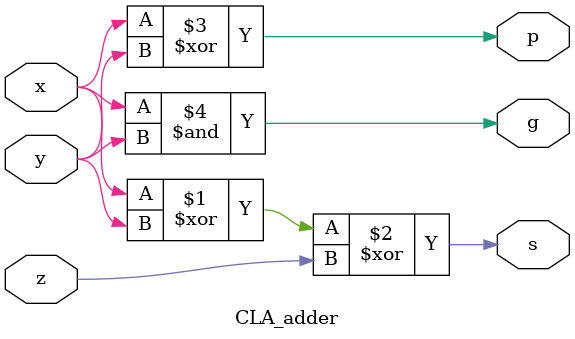
<source format=sv>
module CLA_adder
(
    input   logic x,y,z,
	 output  logic s,p,g
);
    assign s = x^y^z;
	 assign p = x^y;
	 assign g = x&y;
	 
endmodule
</source>
